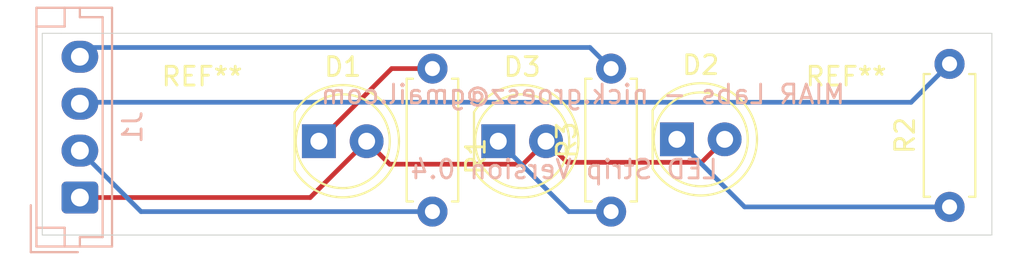
<source format=kicad_pcb>
(kicad_pcb (version 20171130) (host pcbnew 5.1.7-a382d34a8~88~ubuntu18.04.1)

  (general
    (thickness 1.6)
    (drawings 8)
    (tracks 22)
    (zones 0)
    (modules 9)
    (nets 8)
  )

  (page A4)
  (layers
    (0 F.Cu signal)
    (31 B.Cu signal)
    (32 B.Adhes user)
    (33 F.Adhes user)
    (34 B.Paste user)
    (35 F.Paste user)
    (36 B.SilkS user)
    (37 F.SilkS user)
    (38 B.Mask user)
    (39 F.Mask user)
    (40 Dwgs.User user)
    (41 Cmts.User user)
    (42 Eco1.User user)
    (43 Eco2.User user)
    (44 Edge.Cuts user)
    (45 Margin user)
    (46 B.CrtYd user)
    (47 F.CrtYd user)
    (48 B.Fab user)
    (49 F.Fab user)
  )

  (setup
    (last_trace_width 0.25)
    (trace_clearance 0.2)
    (zone_clearance 0.508)
    (zone_45_only no)
    (trace_min 0.2)
    (via_size 0.8)
    (via_drill 0.4)
    (via_min_size 0.4)
    (via_min_drill 0.3)
    (uvia_size 0.3)
    (uvia_drill 0.1)
    (uvias_allowed no)
    (uvia_min_size 0.2)
    (uvia_min_drill 0.1)
    (edge_width 0.05)
    (segment_width 0.2)
    (pcb_text_width 0.3)
    (pcb_text_size 1.5 1.5)
    (mod_edge_width 0.12)
    (mod_text_size 1 1)
    (mod_text_width 0.15)
    (pad_size 3 3)
    (pad_drill 3)
    (pad_to_mask_clearance 0.05)
    (aux_axis_origin 0 0)
    (visible_elements FFFFFF7F)
    (pcbplotparams
      (layerselection 0x010fc_ffffffff)
      (usegerberextensions false)
      (usegerberattributes true)
      (usegerberadvancedattributes true)
      (creategerberjobfile true)
      (excludeedgelayer true)
      (linewidth 0.100000)
      (plotframeref false)
      (viasonmask false)
      (mode 1)
      (useauxorigin false)
      (hpglpennumber 1)
      (hpglpenspeed 20)
      (hpglpendiameter 15.000000)
      (psnegative false)
      (psa4output false)
      (plotreference true)
      (plotvalue true)
      (plotinvisibletext false)
      (padsonsilk false)
      (subtractmaskfromsilk false)
      (outputformat 1)
      (mirror false)
      (drillshape 1)
      (scaleselection 1)
      (outputdirectory ""))
  )

  (net 0 "")
  (net 1 "Net-(D1-Pad1)")
  (net 2 "Net-(D1-Pad2)")
  (net 3 "Net-(J1-Pad2)")
  (net 4 "Net-(J1-Pad3)")
  (net 5 "Net-(J1-Pad4)")
  (net 6 "Net-(D2-Pad1)")
  (net 7 "Net-(D3-Pad1)")

  (net_class Default "This is the default net class."
    (clearance 0.2)
    (trace_width 0.25)
    (via_dia 0.8)
    (via_drill 0.4)
    (uvia_dia 0.3)
    (uvia_drill 0.1)
    (add_net "Net-(D1-Pad1)")
    (add_net "Net-(D1-Pad2)")
    (add_net "Net-(D2-Pad1)")
    (add_net "Net-(D3-Pad1)")
    (add_net "Net-(J1-Pad2)")
    (add_net "Net-(J1-Pad3)")
    (add_net "Net-(J1-Pad4)")
  )

  (module Connector_JST:JST_EH_B4B-EH-A_1x04_P2.50mm_Vertical (layer B.Cu) (tedit 5C28142C) (tstamp 5EC7C603)
    (at 95 101 90)
    (descr "JST EH series connector, B4B-EH-A (http://www.jst-mfg.com/product/pdf/eng/eEH.pdf), generated with kicad-footprint-generator")
    (tags "connector JST EH vertical")
    (path /5EC7F715)
    (fp_text reference J1 (at 3.75 2.8 270) (layer B.SilkS)
      (effects (font (size 1 1) (thickness 0.15)) (justify mirror))
    )
    (fp_text value Conn_01x04_Male (at 3.75 -3.4 270) (layer B.Fab)
      (effects (font (size 1 1) (thickness 0.15)) (justify mirror))
    )
    (fp_line (start -2.91 -2.61) (end -0.41 -2.61) (layer B.Fab) (width 0.1))
    (fp_line (start -2.91 -0.11) (end -2.91 -2.61) (layer B.Fab) (width 0.1))
    (fp_line (start -2.91 -2.61) (end -0.41 -2.61) (layer B.SilkS) (width 0.12))
    (fp_line (start -2.91 -0.11) (end -2.91 -2.61) (layer B.SilkS) (width 0.12))
    (fp_line (start 9.11 -0.81) (end 9.11 -2.31) (layer B.SilkS) (width 0.12))
    (fp_line (start 10.11 -0.81) (end 9.11 -0.81) (layer B.SilkS) (width 0.12))
    (fp_line (start -1.61 -0.81) (end -1.61 -2.31) (layer B.SilkS) (width 0.12))
    (fp_line (start -2.61 -0.81) (end -1.61 -0.81) (layer B.SilkS) (width 0.12))
    (fp_line (start 9.61 0) (end 10.11 0) (layer B.SilkS) (width 0.12))
    (fp_line (start 9.61 1.21) (end 9.61 0) (layer B.SilkS) (width 0.12))
    (fp_line (start -2.11 1.21) (end 9.61 1.21) (layer B.SilkS) (width 0.12))
    (fp_line (start -2.11 0) (end -2.11 1.21) (layer B.SilkS) (width 0.12))
    (fp_line (start -2.61 0) (end -2.11 0) (layer B.SilkS) (width 0.12))
    (fp_line (start 10.11 1.71) (end -2.61 1.71) (layer B.SilkS) (width 0.12))
    (fp_line (start 10.11 -2.31) (end 10.11 1.71) (layer B.SilkS) (width 0.12))
    (fp_line (start -2.61 -2.31) (end 10.11 -2.31) (layer B.SilkS) (width 0.12))
    (fp_line (start -2.61 1.71) (end -2.61 -2.31) (layer B.SilkS) (width 0.12))
    (fp_line (start 10.5 2.1) (end -3 2.1) (layer B.CrtYd) (width 0.05))
    (fp_line (start 10.5 -2.7) (end 10.5 2.1) (layer B.CrtYd) (width 0.05))
    (fp_line (start -3 -2.7) (end 10.5 -2.7) (layer B.CrtYd) (width 0.05))
    (fp_line (start -3 2.1) (end -3 -2.7) (layer B.CrtYd) (width 0.05))
    (fp_line (start 10 1.6) (end -2.5 1.6) (layer B.Fab) (width 0.1))
    (fp_line (start 10 -2.2) (end 10 1.6) (layer B.Fab) (width 0.1))
    (fp_line (start -2.5 -2.2) (end 10 -2.2) (layer B.Fab) (width 0.1))
    (fp_line (start -2.5 1.6) (end -2.5 -2.2) (layer B.Fab) (width 0.1))
    (fp_text user %R (at 3.75 -1.5 270) (layer B.Fab)
      (effects (font (size 1 1) (thickness 0.15)) (justify mirror))
    )
    (pad 4 thru_hole oval (at 7.5 0 90) (size 1.7 1.95) (drill 0.95) (layers *.Cu *.Mask)
      (net 5 "Net-(J1-Pad4)"))
    (pad 3 thru_hole oval (at 5 0 90) (size 1.7 1.95) (drill 0.95) (layers *.Cu *.Mask)
      (net 4 "Net-(J1-Pad3)"))
    (pad 2 thru_hole oval (at 2.5 0 90) (size 1.7 1.95) (drill 0.95) (layers *.Cu *.Mask)
      (net 3 "Net-(J1-Pad2)"))
    (pad 1 thru_hole roundrect (at 0 0 90) (size 1.7 1.95) (drill 0.95) (layers *.Cu *.Mask) (roundrect_rratio 0.147059)
      (net 2 "Net-(D1-Pad2)"))
    (model ${KISYS3DMOD}/Connector_JST.3dshapes/JST_EH_B4B-EH-A_1x04_P2.50mm_Vertical.wrl
      (at (xyz 0 0 0))
      (scale (xyz 1 1 1))
      (rotate (xyz 0 0 0))
    )
  )

  (module MountingHole:MountingHole_2.2mm_M2 (layer F.Cu) (tedit 61884E9C) (tstamp 5EC7CE56)
    (at 101.5 97.75)
    (descr "Mounting Hole 2.2mm, no annular, M2")
    (tags "mounting hole 2.2mm no annular m2")
    (attr virtual)
    (fp_text reference REF** (at 0 -3.2) (layer F.SilkS)
      (effects (font (size 1 1) (thickness 0.15)))
    )
    (fp_text value MountingHole_2.2mm_M2 (at 0 3.2) (layer F.Fab)
      (effects (font (size 1 1) (thickness 0.15)))
    )
    (fp_circle (center 0 0) (end 2.2 0) (layer Cmts.User) (width 0.15))
    (fp_circle (center 0 0) (end 2.45 0) (layer F.CrtYd) (width 0.05))
    (fp_text user %R (at 0.3 0) (layer F.Fab)
      (effects (font (size 1 1) (thickness 0.15)))
    )
    (pad "" np_thru_hole circle (at 0 0) (size 3 3) (drill 3) (layers *.Cu *.Mask))
  )

  (module MountingHole:MountingHole_2.2mm_M2 (layer F.Cu) (tedit 61884EA9) (tstamp 5EC7CDD2)
    (at 135.75 97.75)
    (descr "Mounting Hole 2.2mm, no annular, M2")
    (tags "mounting hole 2.2mm no annular m2")
    (attr virtual)
    (fp_text reference REF** (at 0 -3.2) (layer F.SilkS)
      (effects (font (size 1 1) (thickness 0.15)))
    )
    (fp_text value MountingHole_2.2mm_M2 (at 0 3.2) (layer F.Fab)
      (effects (font (size 1 1) (thickness 0.15)))
    )
    (fp_circle (center 0 0) (end 2.2 0) (layer Cmts.User) (width 0.15))
    (fp_circle (center 0 0) (end 2.45 0) (layer F.CrtYd) (width 0.05))
    (fp_text user %R (at 0.3 0) (layer F.Fab)
      (effects (font (size 1 1) (thickness 0.15)))
    )
    (pad "" np_thru_hole circle (at 0 0) (size 3 3) (drill 3) (layers *.Cu *.Mask))
  )

  (module LED_THT:LED_D5.0mm (layer F.Cu) (tedit 5995936A) (tstamp 5EC7BF6A)
    (at 107.71 98)
    (descr "LED, diameter 5.0mm, 2 pins, http://cdn-reichelt.de/documents/datenblatt/A500/LL-504BC2E-009.pdf")
    (tags "LED diameter 5.0mm 2 pins")
    (path /5EC77B5D)
    (fp_text reference D1 (at 1.27 -3.96) (layer F.SilkS)
      (effects (font (size 1 1) (thickness 0.15)))
    )
    (fp_text value LED (at 1.27 3.96) (layer F.Fab)
      (effects (font (size 1 1) (thickness 0.15)))
    )
    (fp_circle (center 1.27 0) (end 3.77 0) (layer F.Fab) (width 0.1))
    (fp_circle (center 1.27 0) (end 3.77 0) (layer F.SilkS) (width 0.12))
    (fp_line (start -1.23 -1.469694) (end -1.23 1.469694) (layer F.Fab) (width 0.1))
    (fp_line (start -1.29 -1.545) (end -1.29 1.545) (layer F.SilkS) (width 0.12))
    (fp_line (start -1.95 -3.25) (end -1.95 3.25) (layer F.CrtYd) (width 0.05))
    (fp_line (start -1.95 3.25) (end 4.5 3.25) (layer F.CrtYd) (width 0.05))
    (fp_line (start 4.5 3.25) (end 4.5 -3.25) (layer F.CrtYd) (width 0.05))
    (fp_line (start 4.5 -3.25) (end -1.95 -3.25) (layer F.CrtYd) (width 0.05))
    (fp_arc (start 1.27 0) (end -1.23 -1.469694) (angle 299.1) (layer F.Fab) (width 0.1))
    (fp_arc (start 1.27 0) (end -1.29 -1.54483) (angle 148.9) (layer F.SilkS) (width 0.12))
    (fp_arc (start 1.27 0) (end -1.29 1.54483) (angle -148.9) (layer F.SilkS) (width 0.12))
    (fp_text user %R (at 1.25 0) (layer F.Fab)
      (effects (font (size 0.8 0.8) (thickness 0.2)))
    )
    (pad 1 thru_hole rect (at 0 0) (size 1.8 1.8) (drill 0.9) (layers *.Cu *.Mask)
      (net 1 "Net-(D1-Pad1)"))
    (pad 2 thru_hole circle (at 2.54 0) (size 1.8 1.8) (drill 0.9) (layers *.Cu *.Mask)
      (net 2 "Net-(D1-Pad2)"))
    (model ${KISYS3DMOD}/LED_THT.3dshapes/LED_D5.0mm.wrl
      (at (xyz 0 0 0))
      (scale (xyz 1 1 1))
      (rotate (xyz 0 0 0))
    )
  )

  (module LED_THT:LED_D5.0mm (layer F.Cu) (tedit 5995936A) (tstamp 5EC7BF7C)
    (at 126.75 97.9)
    (descr "LED, diameter 5.0mm, 2 pins, http://cdn-reichelt.de/documents/datenblatt/A500/LL-504BC2E-009.pdf")
    (tags "LED diameter 5.0mm 2 pins")
    (path /5EC7AB50)
    (fp_text reference D2 (at 1.27 -3.96) (layer F.SilkS)
      (effects (font (size 1 1) (thickness 0.15)))
    )
    (fp_text value LED (at 1.27 3.96) (layer F.Fab)
      (effects (font (size 1 1) (thickness 0.15)))
    )
    (fp_line (start 4.5 -3.25) (end -1.95 -3.25) (layer F.CrtYd) (width 0.05))
    (fp_line (start 4.5 3.25) (end 4.5 -3.25) (layer F.CrtYd) (width 0.05))
    (fp_line (start -1.95 3.25) (end 4.5 3.25) (layer F.CrtYd) (width 0.05))
    (fp_line (start -1.95 -3.25) (end -1.95 3.25) (layer F.CrtYd) (width 0.05))
    (fp_line (start -1.29 -1.545) (end -1.29 1.545) (layer F.SilkS) (width 0.12))
    (fp_line (start -1.23 -1.469694) (end -1.23 1.469694) (layer F.Fab) (width 0.1))
    (fp_circle (center 1.27 0) (end 3.77 0) (layer F.SilkS) (width 0.12))
    (fp_circle (center 1.27 0) (end 3.77 0) (layer F.Fab) (width 0.1))
    (fp_text user %R (at 1.25 0) (layer F.Fab)
      (effects (font (size 0.8 0.8) (thickness 0.2)))
    )
    (fp_arc (start 1.27 0) (end -1.29 1.54483) (angle -148.9) (layer F.SilkS) (width 0.12))
    (fp_arc (start 1.27 0) (end -1.29 -1.54483) (angle 148.9) (layer F.SilkS) (width 0.12))
    (fp_arc (start 1.27 0) (end -1.23 -1.469694) (angle 299.1) (layer F.Fab) (width 0.1))
    (pad 2 thru_hole circle (at 2.54 0) (size 1.8 1.8) (drill 0.9) (layers *.Cu *.Mask)
      (net 2 "Net-(D1-Pad2)"))
    (pad 1 thru_hole rect (at 0 0) (size 1.8 1.8) (drill 0.9) (layers *.Cu *.Mask)
      (net 6 "Net-(D2-Pad1)"))
    (model ${KISYS3DMOD}/LED_THT.3dshapes/LED_D5.0mm.wrl
      (at (xyz 0 0 0))
      (scale (xyz 1 1 1))
      (rotate (xyz 0 0 0))
    )
  )

  (module LED_THT:LED_D5.0mm (layer F.Cu) (tedit 5995936A) (tstamp 5EC7BF8E)
    (at 117.25 98)
    (descr "LED, diameter 5.0mm, 2 pins, http://cdn-reichelt.de/documents/datenblatt/A500/LL-504BC2E-009.pdf")
    (tags "LED diameter 5.0mm 2 pins")
    (path /5EC7AD38)
    (fp_text reference D3 (at 1.27 -3.96) (layer F.SilkS)
      (effects (font (size 1 1) (thickness 0.15)))
    )
    (fp_text value LED (at 1.27 3.96) (layer F.Fab)
      (effects (font (size 1 1) (thickness 0.15)))
    )
    (fp_circle (center 1.27 0) (end 3.77 0) (layer F.Fab) (width 0.1))
    (fp_circle (center 1.27 0) (end 3.77 0) (layer F.SilkS) (width 0.12))
    (fp_line (start -1.23 -1.469694) (end -1.23 1.469694) (layer F.Fab) (width 0.1))
    (fp_line (start -1.29 -1.545) (end -1.29 1.545) (layer F.SilkS) (width 0.12))
    (fp_line (start -1.95 -3.25) (end -1.95 3.25) (layer F.CrtYd) (width 0.05))
    (fp_line (start -1.95 3.25) (end 4.5 3.25) (layer F.CrtYd) (width 0.05))
    (fp_line (start 4.5 3.25) (end 4.5 -3.25) (layer F.CrtYd) (width 0.05))
    (fp_line (start 4.5 -3.25) (end -1.95 -3.25) (layer F.CrtYd) (width 0.05))
    (fp_arc (start 1.27 0) (end -1.23 -1.469694) (angle 299.1) (layer F.Fab) (width 0.1))
    (fp_arc (start 1.27 0) (end -1.29 -1.54483) (angle 148.9) (layer F.SilkS) (width 0.12))
    (fp_arc (start 1.27 0) (end -1.29 1.54483) (angle -148.9) (layer F.SilkS) (width 0.12))
    (fp_text user %R (at 3.004999 3.674999) (layer F.Fab)
      (effects (font (size 0.8 0.8) (thickness 0.2)))
    )
    (pad 1 thru_hole rect (at 0 0) (size 1.8 1.8) (drill 0.9) (layers *.Cu *.Mask)
      (net 7 "Net-(D3-Pad1)"))
    (pad 2 thru_hole circle (at 2.54 0) (size 1.8 1.8) (drill 0.9) (layers *.Cu *.Mask)
      (net 2 "Net-(D1-Pad2)"))
    (model ${KISYS3DMOD}/LED_THT.3dshapes/LED_D5.0mm.wrl
      (at (xyz 0 0 0))
      (scale (xyz 1 1 1))
      (rotate (xyz 0 0 0))
    )
  )

  (module Resistor_THT:R_Axial_DIN0207_L6.3mm_D2.5mm_P7.62mm_Horizontal (layer F.Cu) (tedit 5AE5139B) (tstamp 5EC7BFC7)
    (at 113.75 94.13 270)
    (descr "Resistor, Axial_DIN0207 series, Axial, Horizontal, pin pitch=7.62mm, 0.25W = 1/4W, length*diameter=6.3*2.5mm^2, http://cdn-reichelt.de/documents/datenblatt/B400/1_4W%23YAG.pdf")
    (tags "Resistor Axial_DIN0207 series Axial Horizontal pin pitch 7.62mm 0.25W = 1/4W length 6.3mm diameter 2.5mm")
    (path /5EC770AE)
    (fp_text reference R1 (at 4.67 -2.3 90) (layer F.SilkS)
      (effects (font (size 1 1) (thickness 0.15)))
    )
    (fp_text value R (at 3.81 2.37 90) (layer F.Fab)
      (effects (font (size 1 1) (thickness 0.15)))
    )
    (fp_line (start 0.66 -1.25) (end 0.66 1.25) (layer F.Fab) (width 0.1))
    (fp_line (start 0.66 1.25) (end 6.96 1.25) (layer F.Fab) (width 0.1))
    (fp_line (start 6.96 1.25) (end 6.96 -1.25) (layer F.Fab) (width 0.1))
    (fp_line (start 6.96 -1.25) (end 0.66 -1.25) (layer F.Fab) (width 0.1))
    (fp_line (start 0 0) (end 0.66 0) (layer F.Fab) (width 0.1))
    (fp_line (start 7.62 0) (end 6.96 0) (layer F.Fab) (width 0.1))
    (fp_line (start 0.54 -1.04) (end 0.54 -1.37) (layer F.SilkS) (width 0.12))
    (fp_line (start 0.54 -1.37) (end 7.08 -1.37) (layer F.SilkS) (width 0.12))
    (fp_line (start 7.08 -1.37) (end 7.08 -1.04) (layer F.SilkS) (width 0.12))
    (fp_line (start 0.54 1.04) (end 0.54 1.37) (layer F.SilkS) (width 0.12))
    (fp_line (start 0.54 1.37) (end 7.08 1.37) (layer F.SilkS) (width 0.12))
    (fp_line (start 7.08 1.37) (end 7.08 1.04) (layer F.SilkS) (width 0.12))
    (fp_line (start -1.05 -1.5) (end -1.05 1.5) (layer F.CrtYd) (width 0.05))
    (fp_line (start -1.05 1.5) (end 8.67 1.5) (layer F.CrtYd) (width 0.05))
    (fp_line (start 8.67 1.5) (end 8.67 -1.5) (layer F.CrtYd) (width 0.05))
    (fp_line (start 8.67 -1.5) (end -1.05 -1.5) (layer F.CrtYd) (width 0.05))
    (fp_text user %R (at 3.81 0 90) (layer F.Fab)
      (effects (font (size 1 1) (thickness 0.15)))
    )
    (pad 1 thru_hole circle (at 0 0 270) (size 1.6 1.6) (drill 0.8) (layers *.Cu *.Mask)
      (net 1 "Net-(D1-Pad1)"))
    (pad 2 thru_hole oval (at 7.62 0 270) (size 1.6 1.6) (drill 0.8) (layers *.Cu *.Mask)
      (net 3 "Net-(J1-Pad2)"))
    (model ${KISYS3DMOD}/Resistor_THT.3dshapes/R_Axial_DIN0207_L6.3mm_D2.5mm_P7.62mm_Horizontal.wrl
      (at (xyz 0 0 0))
      (scale (xyz 1 1 1))
      (rotate (xyz 0 0 0))
    )
  )

  (module Resistor_THT:R_Axial_DIN0207_L6.3mm_D2.5mm_P7.62mm_Horizontal (layer F.Cu) (tedit 5AE5139B) (tstamp 5EC7BFDE)
    (at 141.25 101.5 90)
    (descr "Resistor, Axial_DIN0207 series, Axial, Horizontal, pin pitch=7.62mm, 0.25W = 1/4W, length*diameter=6.3*2.5mm^2, http://cdn-reichelt.de/documents/datenblatt/B400/1_4W%23YAG.pdf")
    (tags "Resistor Axial_DIN0207 series Axial Horizontal pin pitch 7.62mm 0.25W = 1/4W length 6.3mm diameter 2.5mm")
    (path /5EC7790E)
    (fp_text reference R2 (at 3.81 -2.37 90) (layer F.SilkS)
      (effects (font (size 1 1) (thickness 0.15)))
    )
    (fp_text value R (at 3.81 2.37 90) (layer F.Fab)
      (effects (font (size 1 1) (thickness 0.15)))
    )
    (fp_line (start 8.67 -1.5) (end -1.05 -1.5) (layer F.CrtYd) (width 0.05))
    (fp_line (start 8.67 1.5) (end 8.67 -1.5) (layer F.CrtYd) (width 0.05))
    (fp_line (start -1.05 1.5) (end 8.67 1.5) (layer F.CrtYd) (width 0.05))
    (fp_line (start -1.05 -1.5) (end -1.05 1.5) (layer F.CrtYd) (width 0.05))
    (fp_line (start 7.08 1.37) (end 7.08 1.04) (layer F.SilkS) (width 0.12))
    (fp_line (start 0.54 1.37) (end 7.08 1.37) (layer F.SilkS) (width 0.12))
    (fp_line (start 0.54 1.04) (end 0.54 1.37) (layer F.SilkS) (width 0.12))
    (fp_line (start 7.08 -1.37) (end 7.08 -1.04) (layer F.SilkS) (width 0.12))
    (fp_line (start 0.54 -1.37) (end 7.08 -1.37) (layer F.SilkS) (width 0.12))
    (fp_line (start 0.54 -1.04) (end 0.54 -1.37) (layer F.SilkS) (width 0.12))
    (fp_line (start 7.62 0) (end 6.96 0) (layer F.Fab) (width 0.1))
    (fp_line (start 0 0) (end 0.66 0) (layer F.Fab) (width 0.1))
    (fp_line (start 6.96 -1.25) (end 0.66 -1.25) (layer F.Fab) (width 0.1))
    (fp_line (start 6.96 1.25) (end 6.96 -1.25) (layer F.Fab) (width 0.1))
    (fp_line (start 0.66 1.25) (end 6.96 1.25) (layer F.Fab) (width 0.1))
    (fp_line (start 0.66 -1.25) (end 0.66 1.25) (layer F.Fab) (width 0.1))
    (fp_text user %R (at 3.81 0 90) (layer F.Fab)
      (effects (font (size 1 1) (thickness 0.15)))
    )
    (pad 2 thru_hole oval (at 7.62 0 90) (size 1.6 1.6) (drill 0.8) (layers *.Cu *.Mask)
      (net 4 "Net-(J1-Pad3)"))
    (pad 1 thru_hole circle (at 0 0 90) (size 1.6 1.6) (drill 0.8) (layers *.Cu *.Mask)
      (net 6 "Net-(D2-Pad1)"))
    (model ${KISYS3DMOD}/Resistor_THT.3dshapes/R_Axial_DIN0207_L6.3mm_D2.5mm_P7.62mm_Horizontal.wrl
      (at (xyz 0 0 0))
      (scale (xyz 1 1 1))
      (rotate (xyz 0 0 0))
    )
  )

  (module Resistor_THT:R_Axial_DIN0207_L6.3mm_D2.5mm_P7.62mm_Horizontal (layer F.Cu) (tedit 5AE5139B) (tstamp 5EC7BFF5)
    (at 123.25 101.75 90)
    (descr "Resistor, Axial_DIN0207 series, Axial, Horizontal, pin pitch=7.62mm, 0.25W = 1/4W, length*diameter=6.3*2.5mm^2, http://cdn-reichelt.de/documents/datenblatt/B400/1_4W%23YAG.pdf")
    (tags "Resistor Axial_DIN0207 series Axial Horizontal pin pitch 7.62mm 0.25W = 1/4W length 6.3mm diameter 2.5mm")
    (path /5EC77A2A)
    (fp_text reference R3 (at 3.81 -2.37 90) (layer F.SilkS)
      (effects (font (size 1 1) (thickness 0.15)))
    )
    (fp_text value R (at 3.81 2.37 90) (layer F.Fab)
      (effects (font (size 1 1) (thickness 0.15)))
    )
    (fp_line (start 0.66 -1.25) (end 0.66 1.25) (layer F.Fab) (width 0.1))
    (fp_line (start 0.66 1.25) (end 6.96 1.25) (layer F.Fab) (width 0.1))
    (fp_line (start 6.96 1.25) (end 6.96 -1.25) (layer F.Fab) (width 0.1))
    (fp_line (start 6.96 -1.25) (end 0.66 -1.25) (layer F.Fab) (width 0.1))
    (fp_line (start 0 0) (end 0.66 0) (layer F.Fab) (width 0.1))
    (fp_line (start 7.62 0) (end 6.96 0) (layer F.Fab) (width 0.1))
    (fp_line (start 0.54 -1.04) (end 0.54 -1.37) (layer F.SilkS) (width 0.12))
    (fp_line (start 0.54 -1.37) (end 7.08 -1.37) (layer F.SilkS) (width 0.12))
    (fp_line (start 7.08 -1.37) (end 7.08 -1.04) (layer F.SilkS) (width 0.12))
    (fp_line (start 0.54 1.04) (end 0.54 1.37) (layer F.SilkS) (width 0.12))
    (fp_line (start 0.54 1.37) (end 7.08 1.37) (layer F.SilkS) (width 0.12))
    (fp_line (start 7.08 1.37) (end 7.08 1.04) (layer F.SilkS) (width 0.12))
    (fp_line (start -1.05 -1.5) (end -1.05 1.5) (layer F.CrtYd) (width 0.05))
    (fp_line (start -1.05 1.5) (end 8.67 1.5) (layer F.CrtYd) (width 0.05))
    (fp_line (start 8.67 1.5) (end 8.67 -1.5) (layer F.CrtYd) (width 0.05))
    (fp_line (start 8.67 -1.5) (end -1.05 -1.5) (layer F.CrtYd) (width 0.05))
    (fp_text user %R (at 3.81 0 90) (layer F.Fab)
      (effects (font (size 1 1) (thickness 0.15)))
    )
    (pad 1 thru_hole circle (at 0 0 90) (size 1.6 1.6) (drill 0.8) (layers *.Cu *.Mask)
      (net 7 "Net-(D3-Pad1)"))
    (pad 2 thru_hole oval (at 7.62 0 90) (size 1.6 1.6) (drill 0.8) (layers *.Cu *.Mask)
      (net 5 "Net-(J1-Pad4)"))
    (model ${KISYS3DMOD}/Resistor_THT.3dshapes/R_Axial_DIN0207_L6.3mm_D2.5mm_P7.62mm_Horizontal.wrl
      (at (xyz 0 0 0))
      (scale (xyz 1 1 1))
      (rotate (xyz 0 0 0))
    )
  )

  (gr_line (start 94 103) (end 93 103) (layer Edge.Cuts) (width 0.05) (tstamp 614FFB37))
  (gr_line (start 94 92.25) (end 93 92.25) (layer Edge.Cuts) (width 0.05) (tstamp 614FFB36))
  (gr_text "MIAR Labs - nick.groesz@gmail.com" (at 121.75 95.5) (layer B.SilkS)
    (effects (font (size 1 1) (thickness 0.15)) (justify mirror))
  )
  (gr_text "LED Strip Version 0.4" (at 120.75 99.5) (layer B.SilkS)
    (effects (font (size 1 1) (thickness 0.15)) (justify mirror))
  )
  (gr_line (start 93 103) (end 93 92.25) (layer Edge.Cuts) (width 0.05) (tstamp 5EC7C24E))
  (gr_line (start 143.5 103) (end 94 103) (layer Edge.Cuts) (width 0.05))
  (gr_line (start 143.5 92.25) (end 143.5 103) (layer Edge.Cuts) (width 0.05))
  (gr_line (start 94 92.25) (end 143.5 92.25) (layer Edge.Cuts) (width 0.05))

  (segment (start 111.58 94.13) (end 113.75 94.13) (width 0.25) (layer F.Cu) (net 1))
  (segment (start 107.71 98) (end 111.58 94.13) (width 0.25) (layer F.Cu) (net 1))
  (segment (start 107.25 101) (end 110.25 98) (width 0.25) (layer F.Cu) (net 2))
  (segment (start 95 101) (end 107.25 101) (width 0.25) (layer F.Cu) (net 2))
  (segment (start 118.564999 99.225001) (end 119.79 98) (width 0.25) (layer F.Cu) (net 2))
  (segment (start 111.475001 99.225001) (end 118.564999 99.225001) (width 0.25) (layer F.Cu) (net 2))
  (segment (start 110.25 98) (end 111.475001 99.225001) (width 0.25) (layer F.Cu) (net 2))
  (segment (start 128.064999 99.125001) (end 129.29 97.9) (width 0.25) (layer F.Cu) (net 2))
  (segment (start 120.915001 99.125001) (end 128.064999 99.125001) (width 0.25) (layer F.Cu) (net 2))
  (segment (start 119.79 98) (end 120.915001 99.125001) (width 0.25) (layer F.Cu) (net 2))
  (segment (start 98.25 101.75) (end 113.75 101.75) (width 0.25) (layer B.Cu) (net 3))
  (segment (start 95 98.5) (end 98.25 101.75) (width 0.25) (layer B.Cu) (net 3))
  (segment (start 139.205001 95.924999) (end 141.25 93.88) (width 0.25) (layer B.Cu) (net 4))
  (segment (start 95.075001 95.924999) (end 139.205001 95.924999) (width 0.25) (layer B.Cu) (net 4))
  (segment (start 95 96) (end 95.075001 95.924999) (width 0.25) (layer B.Cu) (net 4))
  (segment (start 122.124999 93.004999) (end 123.25 94.13) (width 0.25) (layer B.Cu) (net 5))
  (segment (start 95.495001 93.004999) (end 122.124999 93.004999) (width 0.25) (layer B.Cu) (net 5))
  (segment (start 95 93.5) (end 95.495001 93.004999) (width 0.25) (layer B.Cu) (net 5))
  (segment (start 130.35 101.5) (end 141.25 101.5) (width 0.25) (layer B.Cu) (net 6))
  (segment (start 126.75 97.9) (end 130.35 101.5) (width 0.25) (layer B.Cu) (net 6))
  (segment (start 121 101.75) (end 123.25 101.75) (width 0.25) (layer B.Cu) (net 7))
  (segment (start 117.25 98) (end 121 101.75) (width 0.25) (layer B.Cu) (net 7))

)

</source>
